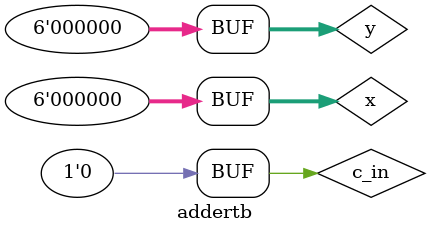
<source format=v>
`timescale 1ns / 1ps

module addertb;

	// Inputs
	reg signed [5:0] x;
	reg signed [5:0] y;
	reg c_in;

	// Outputs
	wire overflow;
	wire c_out;
	wire signed [5:0] sum;

	// Instantiate the Unit Under Test (UUT)
	Carry_adder uut (
		.x(x), 
		.y(y), 
		.c_in(c_in), 
		.overflow(overflow), 
		.c_out(c_out), 
		.sum(sum)
	);

	initial begin
		//both pos
		x = 1;
		y = 2;
		c_in = 0;
		#100;
		x = 1;
		y = 2;
		c_in = 1;
		#100;
		x = 31;
		y = 31;
		c_in = 0;
		#100;
		x = 31;
		y = 31;
		c_in = 1;
		#100;
		
		//both neg
		x = -4;
		y = -5;
		c_in = 0;
		#100;
		x = -4;
		y = -5;
		c_in = 1;
		#100;
		x = -32;
		y = -32;
		c_in = 0;
		#100;
		x = -32;
		y = -32;
		c_in = 1;
		#100;
		
		//opposite 
		x = -32;
		y = 31;
		c_in = 0;
		#100;
		x = -32;
		y = 31;
		c_in = 0;
		#100;
		x = -8;
		y = 15;
		c_in = 1;
		#100;
		x = 0;
		y = 0;
		c_in = 1;
		#100;
		x = 0;
		y = 0;
		c_in = 0;
		#100;

	end
	initial
	begin
      $monitor("X=%2d,\t Y=%2d,\t carry in =%d,\t sum=%2d,\t carry out = %d,\t overflow = %d"
		, x, y, c_in, sum, c_out, overflow);
	end		
endmodule


</source>
